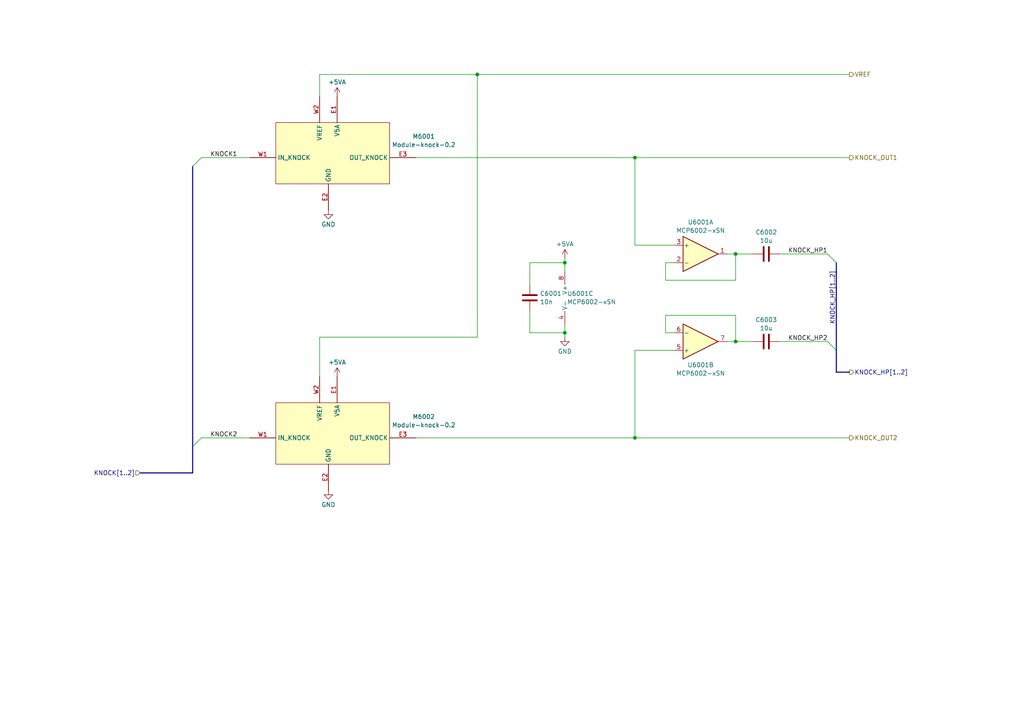
<source format=kicad_sch>
(kicad_sch (version 20231120) (generator "eeschema") (generator_version "8.0")
  (paper "A4")
  (lib_symbols
    (symbol "Amplifier_Operational:MCP6002-xSN" (pin_names (offset 0.127))
      (property "Reference" "U" (at 0 5.08 0))
      (property "Value" "MCP6002-xSN" (at 0 -5.08 0))
      (symbol "MCP6002-xSN_1_1"
        (polyline (pts (xy -5.08 5.08) (xy 5.08 0) (xy -5.08 -5.08) (xy -5.08 5.08)) (stroke (width 0.254)) (fill (type background)))
        (pin output line (at 7.62 0 180) (length 2.54) (name "~") (number "1"))
        (pin input line (at -7.62 -2.54 0) (length 2.54) (name "-") (number "2"))
        (pin input line (at -7.62 2.54 0) (length 2.54) (name "+") (number "3"))
      )
      (symbol "MCP6002-xSN_2_1"
        (polyline (pts (xy -5.08 5.08) (xy 5.08 0) (xy -5.08 -5.08) (xy -5.08 5.08)) (stroke (width 0.254)) (fill (type background)))
        (pin input line (at -7.62 2.54 0) (length 2.54) (name "+") (number "5"))
        (pin input line (at -7.62 -2.54 0) (length 2.54) (name "-") (number "6"))
        (pin output line (at 7.62 0 180) (length 2.54) (name "~") (number "7"))
      )
      (symbol "MCP6002-xSN_3_1"
        (pin power_in line (at -2.54 -7.62 90) (length 3.81) (name "V-") (number "4"))
        (pin power_in line (at -2.54 7.62 270) (length 3.81) (name "V+") (number "8"))
      )
    )
    (symbol "Device:C" (pin_numbers hide) (pin_names (offset 0.254))
      (property "Reference" "C" (at 0.635 2.54 0))
      (property "Value" "C" (at 0.635 -2.54 0))
      (symbol "C_0_1"
        (polyline (pts (xy -2.032 -0.762) (xy 2.032 -0.762)) (stroke (width 0.508)))
        (polyline (pts (xy -2.032 0.762) (xy 2.032 0.762)) (stroke (width 0.508)))
      )
      (symbol "C_1_1"
        (pin passive line (at 0 3.81 270) (length 2.794) (name "~") (number "1"))
        (pin passive line (at 0 -3.81 90) (length 2.794) (name "~") (number "2"))
      )
    )
    (symbol "hellen-one-knock-0.2:Module-knock-0.2"
      (property "Reference" "M" (at 0 0 0))
      (property "Value" "Module-knock-0.2" (at 0 0 0))
      (symbol "Module-knock-0.2_1_0"
        (rectangle (start 33.02 0) (end 0 -17.78) (fill (type background)))
        (pin passive line (at 17.78 7.62 270) (length 7.62) (name "V5A") (number "E1"))
        (pin passive line (at 15.24 -25.4 90) (length 7.62) (name "GND") (number "E2"))
        (pin passive line (at 40.64 -10.16 180) (length 7.62) (name "OUT_KNOCK") (number "E3"))
        (pin passive line (at -7.62 -10.16 0) (length 7.62) (name "IN_KNOCK") (number "W1"))
        (pin passive line (at 12.7 7.62 270) (length 7.62) (name "VREF") (number "W2"))
      )
    )
    (symbol "power:+5VA" (power) (pin_numbers hide) (pin_names (offset 0) hide)
      (property "Value" "+5VA" (at 0 3.556 0))
      (symbol "+5VA_0_1"
        (polyline (pts (xy -0.762 1.27) (xy 0 2.54)))
        (polyline (pts (xy 0 0) (xy 0 2.54)))
        (polyline (pts (xy 0 2.54) (xy 0.762 1.27)))
      )
      (symbol "+5VA_1_1"
        (pin power_in line (at 0 0 90) (length 0) (name "~") (number "1"))
      )
    )
    (symbol "power:GND" (power) (pin_numbers hide) (pin_names (offset 0) hide)
      (property "Value" "GND" (at 0 -3.81 0))
      (symbol "GND_0_1"
        (polyline (pts (xy 0 0) (xy 0 -1.27) (xy 1.27 -1.27) (xy 0 -2.54) (xy -1.27 -1.27) (xy 0 -1.27)))
      )
      (symbol "GND_1_1"
        (pin power_in line (at 0 0 270) (length 0) (name "~") (number "1"))
      )
    )
  )
  (junction (at 184.15 127))
  (junction (at 213.36 73.66))
  (junction (at 138.43 21.59))
  (junction (at 163.83 96.52))
  (junction (at 213.36 99.06))
  (junction (at 184.15 45.72))
  (junction (at 163.83 76.2))
  (bus_entry (at 55.88 48.26) (size 2.54 -2.54))
  (bus_entry (at 55.88 129.54) (size 2.54 -2.54))
  (bus_entry (at 240.03 99.06) (size 2.54 2.54))
  (bus_entry (at 240.03 73.66) (size 2.54 2.54))
  (wire (pts (xy 163.83 96.52) (xy 163.83 97.79)))
  (wire (pts (xy 213.36 81.28) (xy 213.36 73.66)))
  (wire (pts (xy 138.43 21.59) (xy 246.38 21.59)))
  (wire (pts (xy 213.36 99.06) (xy 218.44 99.06)))
  (wire (pts (xy 163.83 93.98) (xy 163.83 96.52)))
  (wire (pts (xy 58.42 127) (xy 72.39 127)))
  (wire (pts (xy 120.65 127) (xy 184.15 127)))
  (wire (pts (xy 226.06 73.66) (xy 240.03 73.66)))
  (wire (pts (xy 138.43 97.79) (xy 138.43 21.59)))
  (wire (pts (xy 58.42 45.72) (xy 72.39 45.72)))
  (wire (pts (xy 92.71 27.94) (xy 92.71 21.59)))
  (bus (pts (xy 246.38 107.95) (xy 242.57 107.95)))
  (wire (pts (xy 92.71 109.22) (xy 92.71 97.79)))
  (wire (pts (xy 193.04 81.28) (xy 213.36 81.28)))
  (wire (pts (xy 184.15 71.12) (xy 195.58 71.12)))
  (bus (pts (xy 242.57 76.2) (xy 242.57 101.6)))
  (wire (pts (xy 184.15 101.6) (xy 195.58 101.6)))
  (wire (pts (xy 120.65 45.72) (xy 184.15 45.72)))
  (bus (pts (xy 55.88 48.26) (xy 55.88 129.54)))
  (wire (pts (xy 226.06 99.06) (xy 240.03 99.06)))
  (wire (pts (xy 153.67 76.2) (xy 163.83 76.2)))
  (wire (pts (xy 163.83 74.93) (xy 163.83 76.2)))
  (wire (pts (xy 184.15 127) (xy 246.38 127)))
  (wire (pts (xy 153.67 96.52) (xy 163.83 96.52)))
  (wire (pts (xy 210.82 99.06) (xy 213.36 99.06)))
  (bus (pts (xy 242.57 107.95) (xy 242.57 101.6)))
  (wire (pts (xy 153.67 82.55) (xy 153.67 76.2)))
  (wire (pts (xy 195.58 76.2) (xy 193.04 76.2)))
  (wire (pts (xy 195.58 96.52) (xy 193.04 96.52)))
  (bus (pts (xy 55.88 129.54) (xy 55.88 137.16)))
  (bus (pts (xy 40.64 137.16) (xy 55.88 137.16)))
  (wire (pts (xy 184.15 45.72) (xy 246.38 45.72)))
  (wire (pts (xy 184.15 45.72) (xy 184.15 71.12)))
  (wire (pts (xy 213.36 91.44) (xy 213.36 99.06)))
  (wire (pts (xy 153.67 90.17) (xy 153.67 96.52)))
  (wire (pts (xy 193.04 96.52) (xy 193.04 91.44)))
  (wire (pts (xy 213.36 73.66) (xy 210.82 73.66)))
  (wire (pts (xy 213.36 73.66) (xy 218.44 73.66)))
  (wire (pts (xy 163.83 76.2) (xy 163.83 78.74)))
  (wire (pts (xy 193.04 91.44) (xy 213.36 91.44)))
  (wire (pts (xy 184.15 127) (xy 184.15 101.6)))
  (wire (pts (xy 193.04 76.2) (xy 193.04 81.28)))
  (wire (pts (xy 92.71 21.59) (xy 138.43 21.59)))
  (wire (pts (xy 92.71 97.79) (xy 138.43 97.79)))
  (label "KNOCK_HP1" (at 240.03 73.66 180))
  (label "KNOCK2" (at 60.96 127 0))
  (label "KNOCK_HP2" (at 240.03 99.06 180))
  (label "KNOCK1" (at 60.96 45.72 0))
  (label "KNOCK_HP[1..2]" (at 242.57 93.98 90))
  (hierarchical_label "KNOCK_OUT2" (shape output) (at 246.38 127 0))
  (hierarchical_label "KNOCK_HP[1..2]" (shape output) (at 246.38 107.95 0))
  (hierarchical_label "VREF" (shape output) (at 246.38 21.59 0))
  (hierarchical_label "KNOCK[1..2]" (shape input) (at 40.64 137.16 180))
  (hierarchical_label "KNOCK_OUT1" (shape output) (at 246.38 45.72 0))
  (symbol (lib_id "power:+5VA") (at 97.79 27.94 0) (unit 1)
    (property "Reference" "#PWR06003" (effects (hide yes)))
    (property "Value" "+5VA" (at 97.79 23.8069 0))
    (property "Description" "Power symbol creates a global label with name \"+5VA\"" (effects (hide yes)))
  )
  (symbol (lib_id "hellen-one-knock-0.2:Module-knock-0.2") (at 80.01 35.56 0) (unit 1)
    (property "Reference" "M6001" (at 122.908 39.575 0))
    (property "Value" "Module-knock-0.2" (at 122.908 41.9993 0))
    (property "Footprint" "hellen-one-knock-0.2:knock" (effects (hide yes)))
    (property "Description" "Hellen-One Knock Pre-amplifier Module" (effects (hide yes)))
  )
  (symbol (lib_id "Amplifier_Operational:MCP6002-xSN") (at 166.37 86.36 0) (unit 3)
    (property "Reference" "U6001" (at 164.465 85.1478 0) (effects (justify left)))
    (property "Value" "MCP6002-xSN" (at 164.465 87.5721 0) (effects (justify left)))
    (property "Footprint" "Package_SO:SOIC-8_3.9x4.9mm_P1.27mm" (effects (hide yes)))
    (property "Datasheet" "http://ww1.microchip.com/downloads/en/DeviceDoc/21733j.pdf" (effects (hide yes)))
    (property "Description" "1MHz, Low-Power Op Amp, SOIC-8" (effects (hide yes)))
  )
  (symbol (lib_id "power:+5VA") (at 97.79 109.22 0) (unit 1)
    (property "Reference" "#PWR06004" (effects (hide yes)))
    (property "Value" "+5VA" (at 97.79 105.0869 0))
    (property "Description" "Power symbol creates a global label with name \"+5VA\"" (effects (hide yes)))
  )
  (symbol (lib_id "Device:C") (at 153.67 86.36 0) (unit 1)
    (property "Reference" "C6001" (at 156.591 85.1478 0) (effects (justify left)))
    (property "Value" "10n" (at 156.591 87.5721 0) (effects (justify left)))
    (property "Footprint" "Capacitor_SMD:C_0603_1608Metric" (effects (hide yes)))
    (property "Description" "Unpolarized capacitor" (effects (hide yes)))
  )
  (symbol (lib_id "Device:C") (at 222.25 73.66 90) (unit 1)
    (property "Reference" "C6002" (at 222.25 67.3565 90))
    (property "Value" "10u" (at 222.25 69.7808 90))
    (property "Footprint" "Capacitor_SMD:C_0603_1608Metric" (effects (hide yes)))
    (property "Description" "Unpolarized capacitor" (effects (hide yes)))
  )
  (symbol (lib_id "hellen-one-knock-0.2:Module-knock-0.2") (at 80.01 116.84 0) (unit 1)
    (property "Reference" "M6002" (at 122.908 120.855 0))
    (property "Value" "Module-knock-0.2" (at 122.908 123.2793 0))
    (property "Footprint" "hellen-one-knock-0.2:knock" (effects (hide yes)))
    (property "Description" "Hellen-One Knock Pre-amplifier Module" (effects (hide yes)))
  )
  (symbol (lib_id "Device:C") (at 222.25 99.06 90) (unit 1)
    (property "Reference" "C6003" (at 222.25 92.7565 90))
    (property "Value" "10u" (at 222.25 95.1808 90))
    (property "Footprint" "Capacitor_SMD:C_0603_1608Metric" (effects (hide yes)))
    (property "Description" "Unpolarized capacitor" (effects (hide yes)))
  )
  (symbol (lib_id "power:GND") (at 95.25 60.96 0) (unit 1)
    (property "Reference" "#PWR06001" (effects (hide yes)))
    (property "Value" "GND" (at 95.25 65.0931 0))
    (property "Description" "Power symbol creates a global label with name \"GND\" , ground" (effects (hide yes)))
  )
  (symbol (lib_id "Amplifier_Operational:MCP6002-xSN") (at 203.2 73.66 0) (unit 1)
    (property "Reference" "U6001" (at 203.2 64.4355 0))
    (property "Value" "MCP6002-xSN" (at 203.2 66.8598 0))
    (property "Footprint" "Package_SO:SOIC-8_3.9x4.9mm_P1.27mm" (effects (hide yes)))
    (property "Datasheet" "http://ww1.microchip.com/downloads/en/DeviceDoc/21733j.pdf" (effects (hide yes)))
    (property "Description" "1MHz, Low-Power Op Amp, SOIC-8" (effects (hide yes)))
  )
  (symbol (lib_id "power:GND") (at 163.83 97.79 0) (unit 1)
    (property "Reference" "#PWR06006" (effects (hide yes)))
    (property "Value" "GND" (at 163.83 101.9231 0))
    (property "Description" "Power symbol creates a global label with name \"GND\" , ground" (effects (hide yes)))
  )
  (symbol (lib_id "Amplifier_Operational:MCP6002-xSN") (at 203.2 99.06 0) (mirror x) (unit 2)
    (property "Reference" "U6001" (at 203.2 105.8601 0))
    (property "Value" "MCP6002-xSN" (at 203.2 108.2844 0))
    (property "Footprint" "Package_SO:SOIC-8_3.9x4.9mm_P1.27mm" (effects (hide yes)))
    (property "Datasheet" "http://ww1.microchip.com/downloads/en/DeviceDoc/21733j.pdf" (effects (hide yes)))
    (property "Description" "1MHz, Low-Power Op Amp, SOIC-8" (effects (hide yes)))
  )
  (symbol (lib_id "power:+5VA") (at 163.83 74.93 0) (unit 1)
    (property "Reference" "#PWR06005" (effects (hide yes)))
    (property "Value" "+5VA" (at 163.83 70.7969 0))
    (property "Description" "Power symbol creates a global label with name \"+5VA\"" (effects (hide yes)))
  )
  (symbol (lib_id "power:GND") (at 95.25 142.24 0) (unit 1)
    (property "Reference" "#PWR06002" (effects (hide yes)))
    (property "Value" "GND" (at 95.25 146.3731 0))
    (property "Description" "Power symbol creates a global label with name \"GND\" , ground" (effects (hide yes)))
  )
)
</source>
